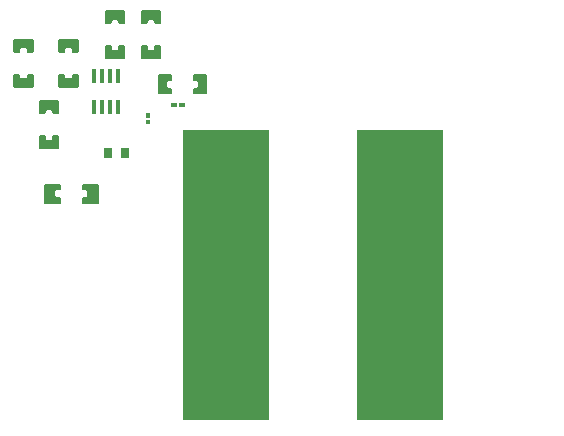
<source format=gtp>
G04 Layer: TopPasteMaskLayer*
G04 EasyEDA v6.5.22, 2022-10-29 05:24:55*
G04 0d69cdd4dafa4356a4bc9da831f61fa8,b3227826631d40d5b2108dfee29276d7,10*
G04 Gerber Generator version 0.2*
G04 Scale: 100 percent, Rotated: No, Reflected: No *
G04 Dimensions in millimeters *
G04 leading zeros omitted , absolute positions ,4 integer and 5 decimal *
%FSLAX45Y45*%
%MOMM*%

%AMMACRO1*21,1,$1,$2,0,0,$3*%
%ADD10R,0.8000X0.9000*%
%ADD11R,0.4699X0.4399*%
%ADD12MACRO1,7.25X24.4999X0.0000*%
%ADD13R,0.4000X1.2200*%

%LPD*%
G36*
X818896Y2093010D02*
G01*
X808888Y2083003D01*
X808888Y2045970D01*
X818896Y2035962D01*
X849376Y2035962D01*
X859383Y2025954D01*
X859383Y1987245D01*
X849376Y1977237D01*
X818896Y1977237D01*
X808888Y1967230D01*
X808888Y1930196D01*
X818896Y1920189D01*
X947419Y1920189D01*
X957376Y1930196D01*
X957376Y2083003D01*
X947419Y2093010D01*
G37*
G36*
X500380Y2093010D02*
G01*
X490423Y2083003D01*
X490423Y1930196D01*
X500380Y1920189D01*
X628904Y1920189D01*
X638911Y1930196D01*
X638911Y1967230D01*
X628904Y1977237D01*
X598424Y1977237D01*
X588416Y1987245D01*
X588416Y2025954D01*
X598424Y2035962D01*
X628904Y2035962D01*
X638911Y2045970D01*
X638911Y2083003D01*
X628904Y2093010D01*
G37*
G36*
X1357782Y2687421D02*
G01*
X1355394Y2685034D01*
X1355394Y2652115D01*
X1357782Y2649677D01*
X1385417Y2649677D01*
X1387805Y2652115D01*
X1387805Y2685034D01*
X1385417Y2687421D01*
G37*
G36*
X1357782Y2633522D02*
G01*
X1355394Y2631084D01*
X1355394Y2598166D01*
X1357782Y2595778D01*
X1385417Y2595778D01*
X1387805Y2598166D01*
X1387805Y2631084D01*
X1385417Y2633522D01*
G37*
G36*
X242468Y3319729D02*
G01*
X232460Y3309772D01*
X232460Y3208985D01*
X242468Y3198977D01*
X278587Y3198977D01*
X288594Y3208985D01*
X288594Y3230067D01*
X298602Y3240074D01*
X336397Y3240074D01*
X346405Y3230067D01*
X346405Y3208985D01*
X356412Y3198977D01*
X392531Y3198977D01*
X402539Y3208985D01*
X402539Y3309772D01*
X392531Y3319729D01*
G37*
G36*
X242468Y3024022D02*
G01*
X232460Y3014014D01*
X232460Y2913227D01*
X242468Y2903270D01*
X392531Y2903270D01*
X402539Y2913227D01*
X402539Y3014014D01*
X392531Y3024022D01*
X356412Y3024022D01*
X346405Y3014014D01*
X346405Y2992932D01*
X336397Y2982925D01*
X298602Y2982925D01*
X288594Y2992932D01*
X288594Y3014014D01*
X278587Y3024022D01*
G37*
G36*
X458368Y2799029D02*
G01*
X448360Y2789072D01*
X448360Y2688285D01*
X458368Y2678277D01*
X494487Y2678277D01*
X504494Y2688285D01*
X504494Y2709367D01*
X514502Y2719374D01*
X552297Y2719374D01*
X562305Y2709367D01*
X562305Y2688285D01*
X572312Y2678277D01*
X608431Y2678277D01*
X618439Y2688285D01*
X618439Y2789072D01*
X608431Y2799029D01*
G37*
G36*
X458368Y2503322D02*
G01*
X448360Y2493314D01*
X448360Y2392527D01*
X458368Y2382570D01*
X608431Y2382570D01*
X618439Y2392527D01*
X618439Y2493314D01*
X608431Y2503322D01*
X572312Y2503322D01*
X562305Y2493314D01*
X562305Y2472232D01*
X552297Y2462225D01*
X514502Y2462225D01*
X504494Y2472232D01*
X504494Y2493314D01*
X494487Y2503322D01*
G37*
G36*
X623468Y3319729D02*
G01*
X613460Y3309772D01*
X613460Y3208985D01*
X623468Y3198977D01*
X659587Y3198977D01*
X669594Y3208985D01*
X669594Y3230067D01*
X679602Y3240074D01*
X717397Y3240074D01*
X727405Y3230067D01*
X727405Y3208985D01*
X737412Y3198977D01*
X773531Y3198977D01*
X783539Y3208985D01*
X783539Y3309772D01*
X773531Y3319729D01*
G37*
G36*
X623468Y3024022D02*
G01*
X613460Y3014014D01*
X613460Y2913227D01*
X623468Y2903270D01*
X773531Y2903270D01*
X783539Y2913227D01*
X783539Y3014014D01*
X773531Y3024022D01*
X737412Y3024022D01*
X727405Y3014014D01*
X727405Y2992932D01*
X717397Y2982925D01*
X679602Y2982925D01*
X669594Y2992932D01*
X669594Y3014014D01*
X659587Y3024022D01*
G37*
G36*
X1761185Y3018739D02*
G01*
X1751177Y3008731D01*
X1751177Y2972612D01*
X1761185Y2962605D01*
X1782267Y2962605D01*
X1792274Y2952597D01*
X1792274Y2914802D01*
X1782267Y2904794D01*
X1761185Y2904794D01*
X1751177Y2894787D01*
X1751177Y2858668D01*
X1761185Y2848660D01*
X1861972Y2848660D01*
X1871929Y2858668D01*
X1871929Y3008731D01*
X1861972Y3018739D01*
G37*
G36*
X1465427Y3018739D02*
G01*
X1455470Y3008731D01*
X1455470Y2858668D01*
X1465427Y2848660D01*
X1566214Y2848660D01*
X1576222Y2858668D01*
X1576222Y2894787D01*
X1566214Y2904794D01*
X1545132Y2904794D01*
X1535125Y2914802D01*
X1535125Y2952597D01*
X1545132Y2962605D01*
X1566214Y2962605D01*
X1576222Y2972612D01*
X1576222Y3008731D01*
X1566214Y3018739D01*
G37*
G36*
X1017168Y3561029D02*
G01*
X1007160Y3551072D01*
X1007160Y3450285D01*
X1017168Y3440277D01*
X1053287Y3440277D01*
X1063294Y3450285D01*
X1063294Y3471367D01*
X1073302Y3481374D01*
X1111097Y3481374D01*
X1121105Y3471367D01*
X1121105Y3450285D01*
X1131112Y3440277D01*
X1167231Y3440277D01*
X1177239Y3450285D01*
X1177239Y3551072D01*
X1167231Y3561029D01*
G37*
G36*
X1017168Y3265322D02*
G01*
X1007160Y3255314D01*
X1007160Y3154527D01*
X1017168Y3144570D01*
X1167231Y3144570D01*
X1177239Y3154527D01*
X1177239Y3255314D01*
X1167231Y3265322D01*
X1131112Y3265322D01*
X1121105Y3255314D01*
X1121105Y3234232D01*
X1111097Y3224225D01*
X1073302Y3224225D01*
X1063294Y3234232D01*
X1063294Y3255314D01*
X1053287Y3265322D01*
G37*
G36*
X1321968Y3561029D02*
G01*
X1311960Y3551072D01*
X1311960Y3450285D01*
X1321968Y3440277D01*
X1358087Y3440277D01*
X1368094Y3450285D01*
X1368094Y3471367D01*
X1378102Y3481374D01*
X1415897Y3481374D01*
X1425905Y3471367D01*
X1425905Y3450285D01*
X1435912Y3440277D01*
X1472031Y3440277D01*
X1482039Y3450285D01*
X1482039Y3551072D01*
X1472031Y3561029D01*
G37*
G36*
X1321968Y3265322D02*
G01*
X1311960Y3255314D01*
X1311960Y3154527D01*
X1321968Y3144570D01*
X1472031Y3144570D01*
X1482039Y3154527D01*
X1482039Y3255314D01*
X1472031Y3265322D01*
X1435912Y3265322D01*
X1425905Y3255314D01*
X1425905Y3234232D01*
X1415897Y3224225D01*
X1378102Y3224225D01*
X1368094Y3234232D01*
X1368094Y3255314D01*
X1358087Y3265322D01*
G37*
D10*
G01*
X1034897Y2349500D03*
G01*
X1174902Y2349500D03*
D11*
G01*
X1592097Y2755900D03*
G01*
X1659102Y2755900D03*
D12*
G01*
X2031103Y1320800D03*
G01*
X3506099Y1320800D03*
D13*
G01*
X918489Y2739212D03*
G01*
X983487Y2739212D03*
G01*
X1048486Y2739212D03*
G01*
X1113485Y2739212D03*
G01*
X1113485Y3001213D03*
G01*
X1048486Y3001213D03*
G01*
X983487Y3001213D03*
G01*
X918489Y3001213D03*
M02*

</source>
